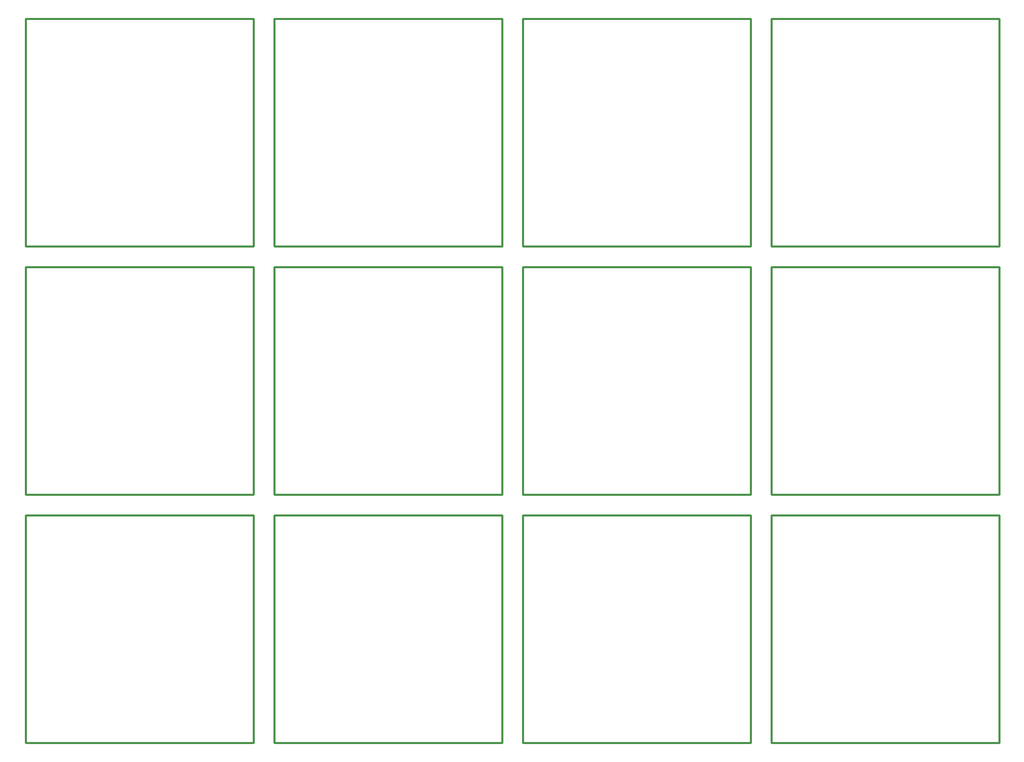
<source format=gko>
%FSLAX24Y24*%
%MOIN*%
G70*
G01*
G75*
G04 Layer_Color=16711935*
%ADD10R,0.0551X0.0472*%
%ADD11R,0.0472X0.0551*%
%ADD12O,0.0630X0.0118*%
%ADD13O,0.0118X0.0630*%
%ADD14C,0.0118*%
%ADD15C,0.0394*%
%ADD16C,0.1260*%
%ADD17C,0.0750*%
%ADD18C,0.0098*%
%ADD19C,0.0236*%
%ADD20C,0.0100*%
%ADD21C,0.0079*%
%ADD22R,0.0631X0.0552*%
%ADD23R,0.0552X0.0631*%
%ADD24O,0.0710X0.0198*%
%ADD25O,0.0198X0.0710*%
%ADD26C,0.1181*%
%ADD27C,0.1340*%
%ADD28C,0.0830*%
%ADD29C,0.0010*%
D20*
X6500Y2500D02*
X17500D01*
X6500D02*
Y13500D01*
X17500Y2500D02*
Y13500D01*
X6500D02*
X17500D01*
X18500Y2500D02*
X29500D01*
X18500D02*
Y13500D01*
X29500Y2500D02*
Y13500D01*
X18500D02*
X29500D01*
X30500Y2500D02*
X41500D01*
X30500D02*
Y13500D01*
X41500Y2500D02*
Y13500D01*
X30500D02*
X41500D01*
X42500Y2500D02*
X53500D01*
X42500D02*
Y13500D01*
X53500Y2500D02*
Y13500D01*
X42500D02*
X53500D01*
X6500Y14500D02*
X17500D01*
X6500D02*
Y25500D01*
X17500Y14500D02*
Y25500D01*
X6500D02*
X17500D01*
X18500Y14500D02*
X29500D01*
X18500D02*
Y25500D01*
X29500Y14500D02*
Y25500D01*
X18500D02*
X29500D01*
X30500Y14500D02*
X41500D01*
X30500D02*
Y25500D01*
X41500Y14500D02*
Y25500D01*
X30500D02*
X41500D01*
X42500Y14500D02*
X53500D01*
X42500D02*
Y25500D01*
X53500Y14500D02*
Y25500D01*
X42500D02*
X53500D01*
X6500Y26500D02*
X17500D01*
X6500D02*
Y37500D01*
X17500Y26500D02*
Y37500D01*
X6500D02*
X17500D01*
X18500Y26500D02*
X29500D01*
X18500D02*
Y37500D01*
X29500Y26500D02*
Y37500D01*
X18500D02*
X29500D01*
X30500Y26500D02*
X41500D01*
X30500D02*
Y37500D01*
X41500Y26500D02*
Y37500D01*
X30500D02*
X41500D01*
X42500Y26500D02*
X53500D01*
X42500D02*
Y37500D01*
X53500Y26500D02*
Y37500D01*
X42500D02*
X53500D01*
M02*

</source>
